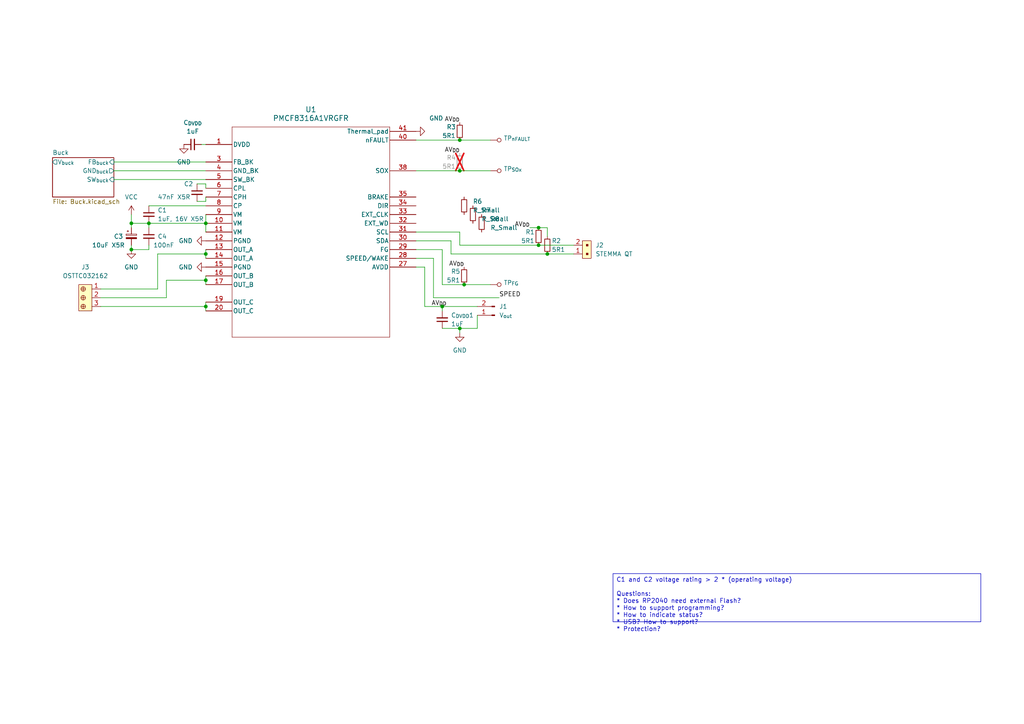
<source format=kicad_sch>
(kicad_sch (version 20230121) (generator eeschema)
  (paper "A4")
  (lib_symbols
    (symbol "Connector:Conn_01x02_Pin" (pin_names (offset 1.016) hide)
      (property "Reference" "J" (at 0 2.54 0))
      (property "Value" "Conn_01x02_Pin" (at 0 -5.08 0))
      (symbol "Conn_01x02_Pin_1_1"
        (polyline (pts (xy 1.27 -2.54) (xy 0.8636 -2.54)) (stroke (width 0.1524)))
        (polyline (pts (xy 1.27 0) (xy 0.8636 0)) (stroke (width 0.1524)))
        (rectangle (start 0.8636 -2.413) (end 0 -2.667) (stroke (width 0.1524)) (fill (type outline)))
        (rectangle (start 0.8636 0.127) (end 0 -0.127) (stroke (width 0.1524)) (fill (type outline)))
        (pin passive line (at 5.08 0 180) (length 3.81) (name "Pin_1") (number "1"))
        (pin passive line (at 5.08 -2.54 180) (length 3.81) (name "Pin_2") (number "2"))
      )
    )
    (symbol "Device:C_Polarized_Small" (pin_numbers hide) (pin_names (offset 0.254) hide)
      (property "Reference" "C" (at 0.254 1.778 0))
      (property "Value" "C_Polarized_Small" (at 0.254 -2.032 0))
      (symbol "C_Polarized_Small_0_1"
        (rectangle (start -1.524 -0.3048) (end 1.524 -0.6858) (fill (type outline)))
        (rectangle (start -1.524 0.6858) (end 1.524 0.3048))
        (polyline (pts (xy -1.27 1.524) (xy -0.762 1.524)))
        (polyline (pts (xy -1.016 1.27) (xy -1.016 1.778)))
      )
      (symbol "C_Polarized_Small_1_1"
        (pin passive line (at 0 2.54 270) (length 1.8542) (name "~") (number "1"))
        (pin passive line (at 0 -2.54 90) (length 1.8542) (name "~") (number "2"))
      )
    )
    (symbol "Device:C_Small" (pin_numbers hide) (pin_names (offset 0.254) hide)
      (property "Reference" "C" (at 0.254 1.778 0))
      (property "Value" "C_Small" (at 0.254 -2.032 0))
      (symbol "C_Small_0_1"
        (polyline (pts (xy -1.524 -0.508) (xy 1.524 -0.508)) (stroke (width 0.3302)))
        (polyline (pts (xy -1.524 0.508) (xy 1.524 0.508)) (stroke (width 0.3048)))
      )
      (symbol "C_Small_1_1"
        (pin passive line (at 0 2.54 270) (length 2.032) (name "~") (number "1"))
        (pin passive line (at 0 -2.54 90) (length 2.032) (name "~") (number "2"))
      )
    )
    (symbol "Device:R_Small" (pin_numbers hide) (pin_names (offset 0.254) hide)
      (property "Reference" "R" (at 0.762 0.508 0))
      (property "Value" "R_Small" (at 0.762 -1.016 0))
      (symbol "R_Small_0_1"
        (rectangle (start -0.762 1.778) (end 0.762 -1.778) (stroke (width 0.2032)))
      )
      (symbol "R_Small_1_1"
        (pin passive line (at 0 2.54 270) (length 0.762) (name "~") (number "1"))
        (pin passive line (at 0 -2.54 90) (length 0.762) (name "~") (number "2"))
      )
    )
    (symbol "MCF8316A:PMCF8316A1VRGFR" (pin_names (offset 0.254))
      (property "Reference" "U1" (at 30.48 10.16 0))
      (property "Value" "PMCF8316A1VRGFR" (at 30.48 7.62 0))
      (symbol "PMCF8316A1VRGFR_0_1"
        (polyline (pts (xy 7.62 -55.88) (xy 53.34 -55.88)) (stroke (width 0.127)))
        (polyline (pts (xy 7.62 5.08) (xy 7.62 -55.88)) (stroke (width 0.127)))
        (polyline (pts (xy 53.34 -55.88) (xy 53.34 5.08)) (stroke (width 0.127)))
        (polyline (pts (xy 53.34 5.08) (xy 7.62 5.08)) (stroke (width 0.127)))
        (pin power_in line (at 0 0 0) (length 7.62) (name "DVDD") (number "1"))
        (pin unspecified line (at 0 -22.86 0) (length 7.62) (name "VM") (number "10"))
        (pin unspecified line (at 0 -25.4 0) (length 7.62) (name "VM") (number "11"))
        (pin power_out line (at 0 -27.94 0) (length 7.62) (name "PGND") (number "12"))
        (pin output line (at 0 -30.48 0) (length 7.62) (name "OUT_A") (number "13"))
        (pin output line (at 0 -33.02 0) (length 7.62) (name "OUT_A") (number "14"))
        (pin power_out line (at 0 -35.56 0) (length 7.62) (name "PGND") (number "15"))
        (pin output line (at 0 -38.1 0) (length 7.62) (name "OUT_B") (number "16"))
        (pin output line (at 0 -40.64 0) (length 7.62) (name "OUT_B") (number "17"))
        (pin output line (at 0 -45.72 0) (length 7.62) (name "OUT_C") (number "19"))
        (pin output line (at 0 -48.26 0) (length 7.62) (name "OUT_C") (number "20"))
        (pin power_in line (at 60.96 -35.56 180) (length 7.62) (name "AVDD") (number "27"))
        (pin unspecified line (at 60.96 -33.02 180) (length 7.62) (name "SPEED/WAKE") (number "28"))
        (pin unspecified line (at 60.96 -30.48 180) (length 7.62) (name "FG") (number "29"))
        (pin unspecified line (at 0 -5.08 0) (length 7.62) (name "FB_BK") (number "3"))
        (pin unspecified line (at 60.96 -27.94 180) (length 7.62) (name "SDA") (number "30"))
        (pin unspecified line (at 60.96 -25.4 180) (length 7.62) (name "SCL") (number "31"))
        (pin unspecified line (at 60.96 -22.86 180) (length 7.62) (name "EXT_WD") (number "32"))
        (pin unspecified line (at 60.96 -20.32 180) (length 7.62) (name "EXT_CLK") (number "33"))
        (pin unspecified line (at 60.96 -17.78 180) (length 7.62) (name "DIR") (number "34"))
        (pin unspecified line (at 60.96 -15.24 180) (length 7.62) (name "BRAKE") (number "35"))
        (pin power_out line (at 0 -7.62 0) (length 7.62) (name "GND_BK") (number "4"))
        (pin unspecified line (at 60.96 1.27 180) (length 7.62) (name "nFAULT") (number "40"))
        (pin unspecified line (at 0 -10.16 0) (length 7.62) (name "SW_BK") (number "5"))
        (pin unspecified line (at 0 -12.7 0) (length 7.62) (name "CPL") (number "6"))
        (pin unspecified line (at 0 -15.24 0) (length 7.62) (name "CPH") (number "7"))
        (pin unspecified line (at 0 -17.78 0) (length 7.62) (name "CP") (number "8"))
        (pin unspecified line (at 0 -20.32 0) (length 7.62) (name "VM") (number "9"))
      )
      (symbol "PMCF8316A1VRGFR_1_1"
        (pin no_connect line (at 60.96 -48.26 180) (length 7.62) hide (name "NC") (number "22"))
        (pin no_connect line (at 60.96 -45.72 180) (length 7.62) hide (name "NC") (number "23"))
        (pin no_connect line (at 60.96 -43.18 180) (length 7.62) hide (name "NC") (number "24"))
        (pin no_connect line (at 60.96 -40.64 180) (length 7.62) hide (name "NC") (number "25"))
        (pin no_connect line (at 60.96 -12.7 180) (length 7.62) hide (name "NC") (number "36"))
        (pin no_connect line (at 60.96 -10.16 180) (length 7.62) hide (name "NC") (number "37"))
        (pin output line (at 60.96 -7.62 180) (length 7.62) (name "SOX") (number "38"))
        (pin no_connect line (at 60.96 -5.08 180) (length 7.62) hide (name "NC") (number "39"))
        (pin unspecified line (at 60.96 3.81 180) (length 7.62) (name "Thermal_pad") (number "41"))
      )
    )
    (symbol "dk_Rectangular-Connectors-Headers-Male-Pins:S2B-PH-SM4-TB_LF__SN_" (pin_names (offset 1.016))
      (property "Reference" "J" (at -2.54 -1.27 0))
      (property "Value" "S2B-PH-SM4-TB_LF__SN_" (at 1.27 -3.81 0))
      (symbol "S2B-PH-SM4-TB_LF__SN__1_1"
        (rectangle (start -1.27 0) (end 3.81 -2.54) (fill (type background)))
        (rectangle (start -0.254 -1.143) (end 0.254 -1.651) (fill (type outline)))
        (rectangle (start 2.286 -1.143) (end 2.794 -1.651) (fill (type outline)))
        (pin passive line (at 0 2.54 270) (length 2.54) (name "~") (number "1"))
        (pin passive line (at 2.54 2.54 270) (length 2.54) (name "~") (number "2"))
      )
    )
    (symbol "dk_Terminal-Blocks-Wire-to-Board:OSTTC032162" (pin_names (offset 1.016))
      (property "Reference" "J" (at -2.54 -1.27 0))
      (property "Value" "OSTTC032162" (at 2.54 -5.08 0))
      (symbol "OSTTC032162_1_1"
        (rectangle (start -1.27 0) (end 6.35 -3.81) (fill (type background)))
        (circle (center 0 -2.54) (radius 0.635))
        (polyline (pts (xy 0 -1.905) (xy 0 -3.175)))
        (polyline (pts (xy 0.635 -2.54) (xy -0.635 -2.54)))
        (polyline (pts (xy 1.905 -2.54) (xy 3.175 -2.54)))
        (polyline (pts (xy 2.54 -1.905) (xy 2.54 -3.175)))
        (polyline (pts (xy 4.445 -2.54) (xy 5.715 -2.54)))
        (polyline (pts (xy 5.08 -1.905) (xy 5.08 -3.175)))
        (circle (center 2.54 -2.54) (radius 0.635))
        (circle (center 5.08 -2.54) (radius 0.635))
        (pin passive line (at 0 2.54 270) (length 2.54) (name "~") (number "1"))
        (pin passive line (at 2.54 2.54 270) (length 2.54) (name "~") (number "2"))
        (pin passive line (at 5.08 2.54 270) (length 2.54) (name "~") (number "3"))
      )
    )
    (symbol "dk_Test-Points:5000" (pin_numbers hide) (pin_names (offset 1.016) hide)
      (property "Reference" "TP" (at -1.27 1.27 0))
      (symbol "5000_0_1"
        (circle (center 0 0) (radius 0.5588))
      )
      (symbol "5000_1_1"
        (pin passive line (at 0 2.54 270) (length 1.905) (name "~") (number "1"))
      )
    )
    (symbol "power:GND" (power) (pin_names (offset 0))
      (property "Value" "GND" (at 0 -3.81 0))
      (symbol "GND_0_1"
        (polyline (pts (xy 0 0) (xy 0 -1.27) (xy 1.27 -1.27) (xy 0 -2.54) (xy -1.27 -1.27) (xy 0 -1.27)))
      )
      (symbol "GND_1_1"
        (pin power_in line (at 0 0 270) (length 0) hide (name "GND") (number "1"))
      )
    )
    (symbol "power:VCC" (power) (pin_names (offset 0))
      (property "Value" "VCC" (at 0 3.81 0))
      (symbol "VCC_0_1"
        (polyline (pts (xy -0.762 1.27) (xy 0 2.54)))
        (polyline (pts (xy 0 0) (xy 0 2.54)))
        (polyline (pts (xy 0 2.54) (xy 0.762 1.27)))
      )
      (symbol "VCC_1_1"
        (pin power_in line (at 0 0 90) (length 0) hide (name "VCC") (number "1"))
      )
    )
  )
  (junction (at 38.1 72.39))
  (junction (at 59.69 81.28))
  (junction (at 134.62 82.55))
  (junction (at 43.18 64.77))
  (junction (at 59.69 88.9))
  (junction (at 156.21 66.04))
  (junction (at 156.21 71.12))
  (junction (at 59.69 64.77))
  (junction (at 133.35 40.64))
  (junction (at 38.1 64.77))
  (junction (at 133.35 95.25))
  (junction (at 59.69 73.66))
  (junction (at 128.27 88.9))
  (junction (at 158.75 73.66))
  (junction (at 133.35 49.53))
  (wire (pts (xy 45.72 83.82) (xy 29.21 83.82)))
  (wire (pts (xy 123.19 88.9) (xy 128.27 88.9)))
  (wire (pts (xy 128.27 95.25) (xy 133.35 95.25)))
  (wire (pts (xy 48.26 86.36) (xy 29.21 86.36)))
  (wire (pts (xy 43.18 64.77) (xy 59.69 64.77)))
  (wire (pts (xy 59.69 53.34) (xy 57.15 53.34)))
  (wire (pts (xy 120.65 69.85) (xy 130.81 69.85)))
  (wire (pts (xy 123.19 77.47) (xy 120.65 77.47)))
  (wire (pts (xy 133.35 49.53) (xy 120.65 49.53)))
  (wire (pts (xy 138.43 91.44) (xy 138.43 95.25)))
  (wire (pts (xy 59.69 62.23) (xy 59.69 64.77)))
  (wire (pts (xy 33.02 46.99) (xy 59.69 46.99)))
  (wire (pts (xy 43.18 71.12) (xy 43.18 72.39)))
  (wire (pts (xy 58.42 41.91) (xy 59.69 41.91)))
  (wire (pts (xy 59.69 73.66) (xy 59.69 74.93)))
  (wire (pts (xy 57.15 58.42) (xy 59.69 58.42)))
  (wire (pts (xy 29.21 88.9) (xy 59.69 88.9)))
  (wire (pts (xy 59.69 54.61) (xy 59.69 53.34)))
  (wire (pts (xy 123.19 88.9) (xy 123.19 77.47)))
  (wire (pts (xy 45.72 73.66) (xy 45.72 83.82)))
  (wire (pts (xy 142.24 40.64) (xy 133.35 40.64)))
  (wire (pts (xy 125.73 74.93) (xy 120.65 74.93)))
  (wire (pts (xy 59.69 64.77) (xy 59.69 67.31)))
  (wire (pts (xy 125.73 86.36) (xy 144.78 86.36)))
  (wire (pts (xy 156.21 71.12) (xy 166.37 71.12)))
  (wire (pts (xy 142.24 49.53) (xy 133.35 49.53)))
  (wire (pts (xy 125.73 86.36) (xy 125.73 74.93)))
  (wire (pts (xy 43.18 59.69) (xy 59.69 59.69)))
  (wire (pts (xy 59.69 88.9) (xy 59.69 90.17)))
  (wire (pts (xy 134.62 82.55) (xy 128.27 82.55)))
  (wire (pts (xy 59.69 49.53) (xy 33.02 49.53)))
  (wire (pts (xy 38.1 71.12) (xy 38.1 72.39)))
  (wire (pts (xy 59.69 80.01) (xy 59.69 81.28)))
  (wire (pts (xy 43.18 64.77) (xy 43.18 66.04)))
  (wire (pts (xy 128.27 88.9) (xy 138.43 88.9)))
  (wire (pts (xy 59.69 81.28) (xy 59.69 82.55)))
  (wire (pts (xy 38.1 64.77) (xy 43.18 64.77)))
  (wire (pts (xy 133.35 71.12) (xy 156.21 71.12)))
  (wire (pts (xy 38.1 72.39) (xy 43.18 72.39)))
  (wire (pts (xy 133.35 67.31) (xy 133.35 71.12)))
  (wire (pts (xy 128.27 90.17) (xy 128.27 88.9)))
  (wire (pts (xy 59.69 73.66) (xy 45.72 73.66)))
  (wire (pts (xy 33.02 52.07) (xy 59.69 52.07)))
  (wire (pts (xy 38.1 64.77) (xy 38.1 66.04)))
  (wire (pts (xy 59.69 72.39) (xy 59.69 73.66)))
  (wire (pts (xy 128.27 72.39) (xy 120.65 72.39)))
  (wire (pts (xy 59.69 58.42) (xy 59.69 57.15)))
  (wire (pts (xy 130.81 69.85) (xy 130.81 73.66)))
  (wire (pts (xy 48.26 81.28) (xy 48.26 86.36)))
  (wire (pts (xy 156.21 66.04) (xy 158.75 66.04)))
  (wire (pts (xy 38.1 64.77) (xy 38.1 62.23)))
  (wire (pts (xy 128.27 82.55) (xy 128.27 72.39)))
  (wire (pts (xy 120.65 67.31) (xy 133.35 67.31)))
  (wire (pts (xy 158.75 73.66) (xy 166.37 73.66)))
  (wire (pts (xy 142.24 82.55) (xy 134.62 82.55)))
  (wire (pts (xy 59.69 81.28) (xy 48.26 81.28)))
  (wire (pts (xy 133.35 96.52) (xy 133.35 95.25)))
  (wire (pts (xy 156.21 66.04) (xy 153.67 66.04)))
  (wire (pts (xy 138.43 95.25) (xy 133.35 95.25)))
  (wire (pts (xy 130.81 73.66) (xy 158.75 73.66)))
  (wire (pts (xy 133.35 40.64) (xy 120.65 40.64)))
  (wire (pts (xy 59.69 87.63) (xy 59.69 88.9)))
  (wire (pts (xy 158.75 68.58) (xy 158.75 66.04)))
  (text_box "C1 and C2 voltage rating > 2 * (operating voltage)\n\nQuestions:\n* Does RP2040 need external Flash?\n* How to support programming?\n* How to indicate status?\n* USB? How to support?\n* Protection?" (at 177.8 166.37 0) (size 106.68 13.97) (effects (font (size 1.27 1.27)) (justify left top)))
  (label "AV_{DD}" (at 133.35 44.45 180))
  (label "SPEED" (at 144.78 86.36 0))
  (label "AV_{DD}" (at 133.35 35.56 180))
  (label "AV_{DD}" (at 134.62 77.47 180))
  (label "AV_{DD}" (at 129.54 88.9 180))
  (label "AV_{DD}" (at 153.67 66.04 180))
  (symbol (lib_id "Device:C_Small") (at 128.27 92.71 180) (unit 1)
    (property "Reference" "C_{DVDD}1" (at 130.81 91.4336 0) (effects (justify right)))
    (property "Value" "1uF" (at 130.81 93.9736 0) (effects (justify right)))
  )
  (symbol (lib_id "power:GND") (at 59.69 69.85 270) (unit 1)
    (property "Reference" "#PWR06" (effects hide))
    (property "Value" "GND" (at 55.88 69.85 90) (effects (justify right)))
  )
  (symbol (lib_id "Device:C_Small") (at 43.18 68.58 0) (unit 1)
    (property "Reference" "C4" (at 45.72 68.58 0) (effects (justify left)))
    (property "Value" "100nF" (at 44.45 71.12 0) (effects (justify left)))
  )
  (symbol (lib_id "Connector:Conn_01x02_Pin") (at 143.51 91.44 180) (unit 1)
    (property "Reference" "J1" (at 144.78 88.9 0) (effects (justify right)))
    (property "Value" "V_{out}" (at 144.78 91.44 0) (effects (justify right)))
  )
  (symbol (lib_id "power:GND") (at 59.69 77.47 270) (unit 1)
    (property "Reference" "#PWR05" (effects hide))
    (property "Value" "GND" (at 55.88 77.47 90) (effects (justify right)))
  )
  (symbol (lib_id "Device:C_Polarized_Small") (at 38.1 68.58 0) (unit 1)
    (property "Reference" "C3" (at 33.02 68.58 0) (effects (justify left)))
    (property "Value" "10uF X5R" (at 26.67 71.12 0) (effects (justify left)))
  )
  (symbol (lib_id "power:GND") (at 38.1 72.39 0) (unit 1)
    (property "Reference" "#PWR02" (effects hide))
    (property "Value" "GND" (at 38.1 77.47 0))
  )
  (symbol (lib_id "Device:R_Small") (at 158.75 71.12 0) (unit 1)
    (property "Reference" "R2" (at 160.02 69.85 0) (effects (justify left)))
    (property "Value" "5R1" (at 160.02 72.39 0) (effects (justify left)))
  )
  (symbol (lib_id "Device:C_Small") (at 57.15 55.88 0) (unit 1)
    (property "Reference" "C2" (at 53.34 53.34 0) (effects (justify left)))
    (property "Value" "47nF X5R" (at 45.72 57.15 0) (effects (justify left)))
  )
  (symbol (lib_id "Device:R_Small") (at 139.7 64.77 180) (unit 1)
    (property "Reference" "R8" (at 142.24 63.5 0) (effects (justify right)))
    (property "Value" "R_Small" (at 142.24 66.04 0) (effects (justify right)))
  )
  (symbol (lib_id "power:GND") (at 133.35 96.52 0) (unit 1)
    (property "Reference" "#PWR04" (effects hide))
    (property "Value" "GND" (at 133.35 101.6 0))
  )
  (symbol (lib_id "Device:R_Small") (at 134.62 80.01 0) (unit 1)
    (property "Reference" "R5" (at 130.81 78.74 0) (effects (justify left)))
    (property "Value" "5R1" (at 129.54 81.28 0) (effects (justify left)))
  )
  (symbol (lib_id "power:VCC") (at 38.1 62.23 0) (unit 1)
    (property "Reference" "#PWR01" (effects hide))
    (property "Value" "VCC" (at 38.1 57.15 0))
  )
  (symbol (lib_id "Device:C_Small") (at 43.18 62.23 0) (unit 1)
    (property "Reference" "C1" (at 45.72 60.9663 0) (effects (justify left)))
    (property "Value" "1uF, 16V X5R" (at 45.72 63.5 0) (effects (justify left)))
  )
  (symbol (lib_id "power:GND") (at 53.34 41.91 0) (unit 1)
    (property "Reference" "#PWR03" (effects hide))
    (property "Value" "GND" (at 53.34 46.99 0))
  )
  (symbol (lib_id "power:GND") (at 120.65 38.1 90) (unit 1)
    (property "Reference" "#PWR07" (effects hide))
    (property "Value" "GND" (at 124.46 34.29 90) (effects (justify right)))
  )
  (symbol (lib_id "MCF8316A:PMCF8316A1VRGFR") (at 59.69 41.91 0) (unit 1)
    (property "Reference" "U1" (at 90.17 31.75 0) (effects (font (size 1.524 1.524))))
    (property "Value" "PMCF8316A1VRGFR" (at 90.17 34.29 0) (effects (font (size 1.524 1.524))))
    (property "Footprint" "QFN_A1VRGFR_TEX" (effects hide))
    (property "Datasheet" "PMCF8316A1VRGFR" (effects hide))
  )
  (symbol (lib_id "Device:R_Small") (at 156.21 68.58 0) (unit 1)
    (property "Reference" "R1" (at 152.4 67.31 0) (effects (justify left)))
    (property "Value" "5R1" (at 151.13 69.85 0) (effects (justify left)))
  )
  (symbol (lib_id "Device:R_Small") (at 134.62 59.69 180) (unit 1)
    (property "Reference" "R6" (at 137.16 58.42 0) (effects (justify right)))
    (property "Value" "R_Small" (at 137.16 60.96 0) (effects (justify right)))
  )
  (symbol (lib_id "Device:R_Small") (at 137.16 62.23 180) (unit 1)
    (property "Reference" "R7" (at 139.7 60.96 0) (effects (justify right)))
    (property "Value" "R_Small" (at 139.7 63.5 0) (effects (justify right)))
  )
  (symbol (lib_id "dk_Rectangular-Connectors-Headers-Male-Pins:S2B-PH-SM4-TB_LF__SN_") (at 168.91 73.66 90) (unit 1)
    (property "Reference" "J2" (at 172.72 71.12 90) (effects (justify right)))
    (property "Value" "STEMMA QT" (at 172.72 73.66 90) (effects (justify right)))
    (property "Footprint" "digikey-footprints:PinHeader_2x1mm_P2mm_SMD_RA" (effects hide))
    (property "Datasheet" "http://www.jst-mfg.com/product/pdf/eng/ePH.pdf" (effects hide))
    (property "Digi-Key_PN" "455-1749-1-ND" (effects hide))
    (property "MPN" "S2B-PH-SM4-TB(LF)(SN)" (effects hide))
    (property "Category" "Connectors, Interconnects" (effects hide))
    (property "Family" "Rectangular Connectors - Headers, Male Pins" (effects hide))
    (property "DK_Datasheet_Link" "http://www.jst-mfg.com/product/pdf/eng/ePH.pdf" (effects hide))
    (property "DK_Detail_Page" "/product-detail/en/jst-sales-america-inc/S2B-PH-SM4-TB(LF)(SN)/455-1749-1-ND/926846" (effects hide))
    (property "Description" "CONN HEADER SMD R/A 2POS 2MM" (effects hide))
    (property "Manufacturer" "JST Sales America Inc." (effects hide))
    (property "Status" "Active" (effects hide))
  )
  (symbol (lib_id "dk_Test-Points:5000") (at 144.78 49.53 90) (unit 1)
    (property "Reference" "TP_{SOx}" (at 146.05 48.26 90) (effects (justify right bottom)))
    (property "Value" "5000" (effects hide))
    (property "Footprint" "digikey-footprints:Test_Point_D1.02mm" (effects hide))
    (property "Datasheet" "http://www.keyelco.com/product-pdf.cfm?p=1309" (effects hide))
    (property "Digi-Key_PN" "36-5000-ND" (effects hide))
    (property "MPN" "5000" (effects hide))
    (property "Category" "Test and Measurement" (effects hide))
    (property "Family" "Test Points" (effects hide))
    (property "DK_Datasheet_Link" "http://www.keyelco.com/product-pdf.cfm?p=1309" (effects hide))
    (property "DK_Detail_Page" "/product-detail/en/keystone-electronics/5000/36-5000-ND/255326" (effects hide))
    (property "Description" "PC TEST POINT MINIATURE RED" (effects hide))
    (property "Manufacturer" "Keystone Electronics" (effects hide))
    (property "Status" "Active" (effects hide))
  )
  (symbol (lib_id "Device:R_Small") (at 133.35 46.99 0) (unit 1) (dnp yes)
    (property "Reference" "R4" (at 129.54 45.72 0) (effects (justify left)))
    (property "Value" "5R1" (at 128.27 48.26 0) (effects (justify left)))
  )
  (symbol (lib_id "dk_Test-Points:5000") (at 144.78 40.64 90) (unit 1)
    (property "Reference" "TP_{nFAULT}" (at 146.05 39.37 90) (effects (justify right bottom)))
    (property "Value" "5000" (effects hide))
    (property "Footprint" "digikey-footprints:Test_Point_D1.02mm" (effects hide))
    (property "Datasheet" "http://www.keyelco.com/product-pdf.cfm?p=1309" (effects hide))
    (property "Digi-Key_PN" "36-5000-ND" (effects hide))
    (property "MPN" "5000" (effects hide))
    (property "Category" "Test and Measurement" (effects hide))
    (property "Family" "Test Points" (effects hide))
    (property "DK_Datasheet_Link" "http://www.keyelco.com/product-pdf.cfm?p=1309" (effects hide))
    (property "DK_Detail_Page" "/product-detail/en/keystone-electronics/5000/36-5000-ND/255326" (effects hide))
    (property "Description" "PC TEST POINT MINIATURE RED" (effects hide))
    (property "Manufacturer" "Keystone Electronics" (effects hide))
    (property "Status" "Active" (effects hide))
  )
  (symbol (lib_id "Device:C_Small") (at 55.88 41.91 90) (unit 1)
    (property "Reference" "C_{DVDD}" (at 55.8863 35.56 90))
    (property "Value" "1uF" (at 55.8863 38.1 90))
  )
  (symbol (lib_id "Device:R_Small") (at 133.35 38.1 0) (unit 1)
    (property "Reference" "R3" (at 129.54 36.83 0) (effects (justify left)))
    (property "Value" "5R1" (at 128.27 39.37 0) (effects (justify left)))
  )
  (symbol (lib_id "dk_Terminal-Blocks-Wire-to-Board:OSTTC032162") (at 26.67 83.82 270) (unit 1)
    (property "Reference" "J3" (at 24.765 77.47 90))
    (property "Value" "OSTTC032162" (at 24.765 80.01 90))
    (property "Footprint" "digikey-footprints:TERM_BLOCK_1x3_P5.08MM" (effects hide))
    (property "Datasheet" "http://www.on-shore.com/wp-content/uploads/OSTTCXX2162.pdf" (effects hide))
    (property "Digi-Key_PN" "ED2610-ND" (effects hide))
    (property "MPN" "OSTTC032162" (effects hide))
    (property "Category" "Connectors, Interconnects" (effects hide))
    (property "Family" "Terminal Blocks - Wire to Board" (effects hide))
    (property "DK_Datasheet_Link" "http://www.on-shore.com/wp-content/uploads/OSTTCXX2162.pdf" (effects hide))
    (property "DK_Detail_Page" "/product-detail/en/on-shore-technology-inc/OSTTC032162/ED2610-ND/614559" (effects hide))
    (property "Description" "TERM BLK 3P SIDE ENT 5.08MM PCB" (effects hide))
    (property "Manufacturer" "On Shore Technology Inc." (effects hide))
    (property "Status" "Active" (effects hide))
  )
  (symbol (lib_id "dk_Test-Points:5000") (at 144.78 82.55 90) (unit 1)
    (property "Reference" "TP_{FG}" (at 146.05 81.28 90) (effects (justify right bottom)))
    (property "Value" "5000" (effects hide))
    (property "Footprint" "digikey-footprints:Test_Point_D1.02mm" (effects hide))
    (property "Datasheet" "http://www.keyelco.com/product-pdf.cfm?p=1309" (effects hide))
    (property "Digi-Key_PN" "36-5000-ND" (effects hide))
    (property "MPN" "5000" (effects hide))
    (property "Category" "Test and Measurement" (effects hide))
    (property "Family" "Test Points" (effects hide))
    (property "DK_Datasheet_Link" "http://www.keyelco.com/product-pdf.cfm?p=1309" (effects hide))
    (property "DK_Detail_Page" "/product-detail/en/keystone-electronics/5000/36-5000-ND/255326" (effects hide))
    (property "Description" "PC TEST POINT MINIATURE RED" (effects hide))
    (property "Manufacturer" "Keystone Electronics" (effects hide))
    (property "Status" "Active" (effects hide))
  )
  (sheet (at 15.24 45.72) (size 17.78 11.43) (stroke (width 0.1524))
    (property "Sheetname" "Buck" (at 15.24 45.0084 0) (effects (justify left bottom)))
    (property "Sheetfile" "Buck.kicad_sch" (at 15.24 57.7346 0) (effects (justify left top)))
    (pin "SW_{buck}" input (at 33.02 52.07 0))
    (pin "V_{buck}" output (at 15.24 46.99 180))
    (pin "FB_{buck}" input (at 33.02 46.99 0))
    (pin "GND_{buck}" output (at 33.02 49.53 0))
  )
)
</source>
